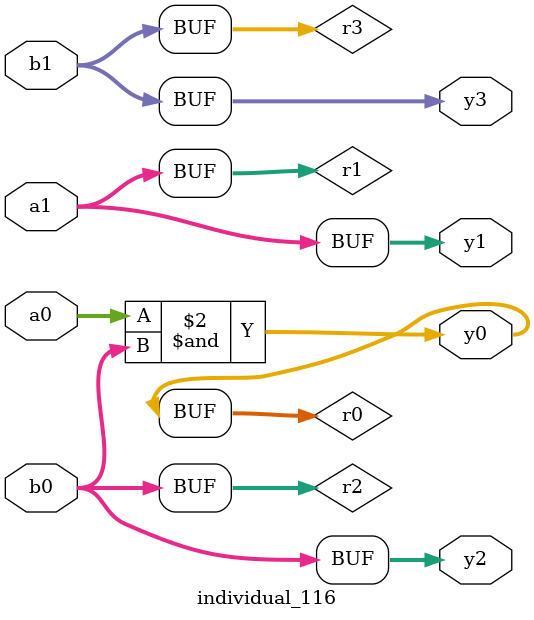
<source format=sv>
module individual_116(input logic [15:0] a1, input logic [15:0] a0, input logic [15:0] b1, input logic [15:0] b0, output logic [15:0] y3, output logic [15:0] y2, output logic [15:0] y1, output logic [15:0] y0);
logic [15:0] r0, r1, r2, r3; 
 always@(*) begin 
	 r0 = a0; r1 = a1; r2 = b0; r3 = b1; 
 	 r0  &=  b0 ;
 	 y3 = r3; y2 = r2; y1 = r1; y0 = r0; 
end
endmodule
</source>
